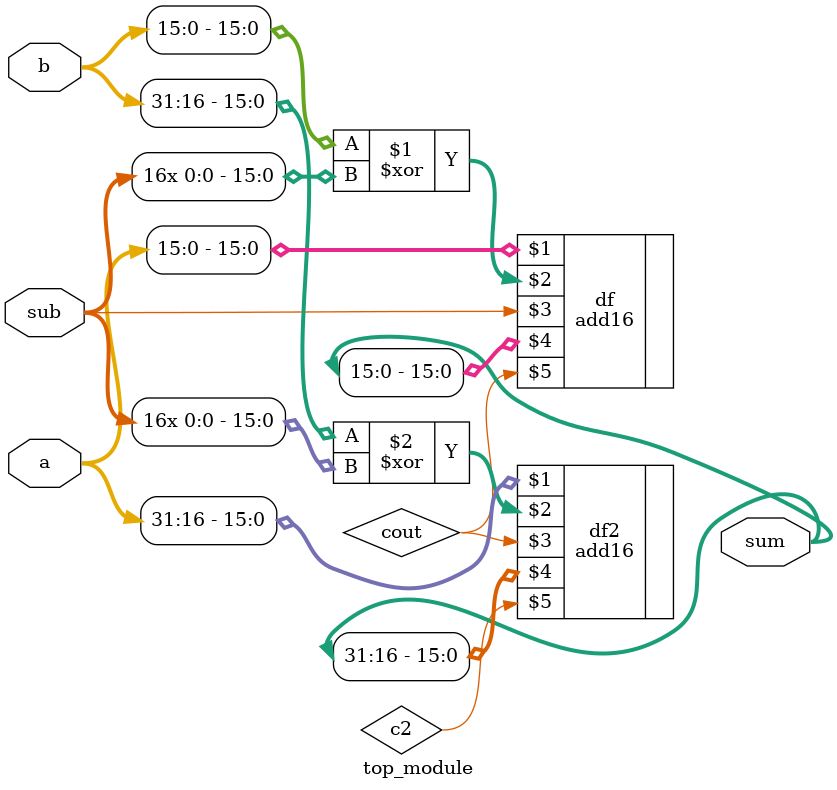
<source format=v>
module top_module(
    input [31:0] a,
    input [31:0] b,
    input sub,
    output [31:0] sum
);
    wire cout,c2;
    add16 df(a[15:0], b[15:0] ^ {16{sub}}, sub, sum[15:0],cout);
    add16 df2(a[31:16], b[31:16] ^ {16{sub}}, cout, sum[31:16], c2);
endmodule

</source>
